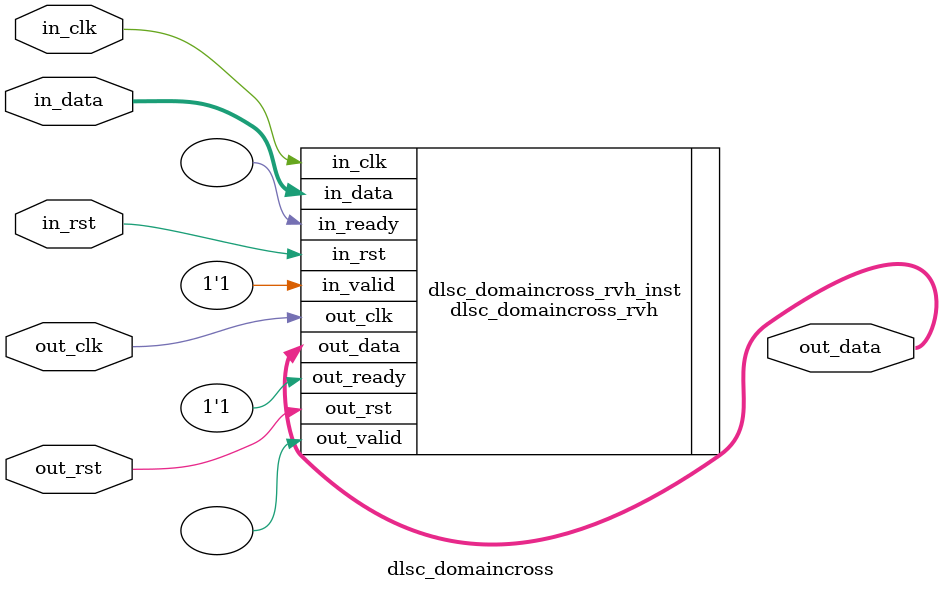
<source format=v>


module dlsc_domaincross #(
    parameter               BYPASS  = 0,
    parameter               DATA    = 32,
`ifndef ICARUS
    // Icarus crashes with explicit parameter size; Verilator fails without it.
    parameter [DATA-1:0]    RESET   = {DATA{1'b0}}
`else
    parameter               RESET   = {DATA{1'b0}}
`endif
) (
    // source domain
    input   wire                in_clk,
    input   wire                in_rst,
    input   wire    [DATA-1:0]  in_data,

    // consumer domain
    input   wire                out_clk,
    input   wire                out_rst,
    output  wire    [DATA-1:0]  out_data
);

// _rvh is essentially the same functionality; no point in maintaining two
// nearly-identical modules..
dlsc_domaincross_rvh #(
    .BYPASS     ( BYPASS ),
    .DATA       ( DATA ),
    .RESET      ( RESET )
) dlsc_domaincross_rvh_inst (
    .in_clk     ( in_clk ),
    .in_rst     ( in_rst ),
    .in_data    ( in_data ),
    .in_ready   (  ),
    .in_valid   ( 1'b1 ),
    .out_clk    ( out_clk ),
    .out_rst    ( out_rst ),
    .out_data   ( out_data ),
    .out_ready  ( 1'b1 ),
    .out_valid  (  )
);

endmodule


</source>
